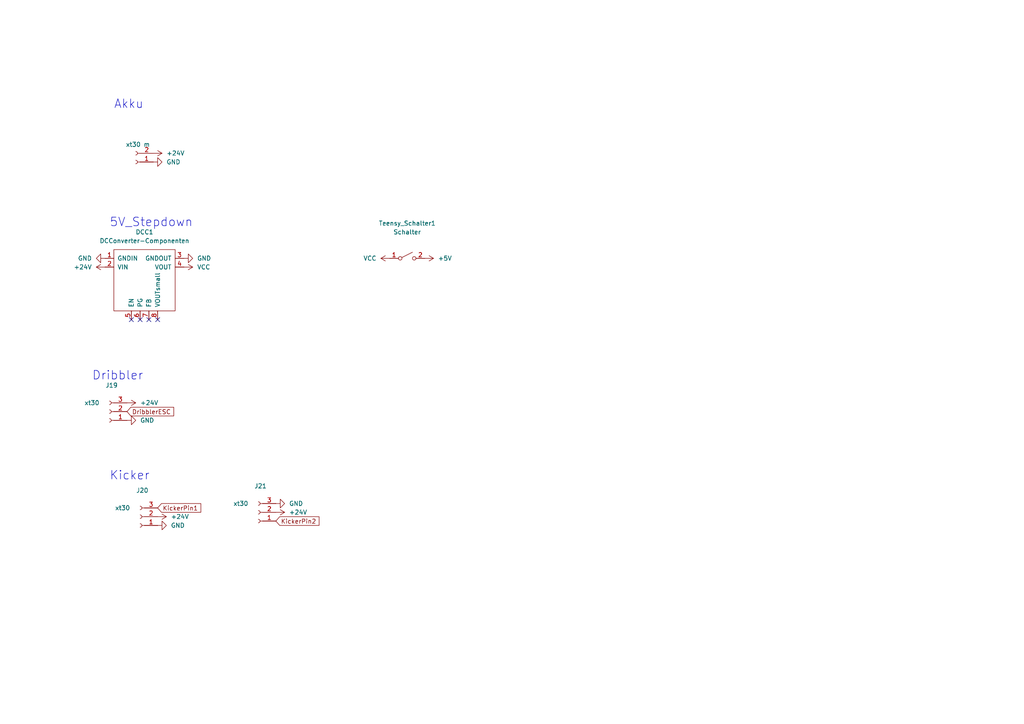
<source format=kicad_sch>
(kicad_sch
	(version 20231120)
	(generator "eeschema")
	(generator_version "8.0")
	(uuid "eb31c538-a6dc-42d0-984c-ffad64aa4d69")
	(paper "A4")
	(lib_symbols
		(symbol "Connector:Conn_01x02_Socket"
			(pin_names
				(offset 1.016) hide)
			(exclude_from_sim no)
			(in_bom yes)
			(on_board yes)
			(property "Reference" "J"
				(at 0 2.54 0)
				(effects
					(font
						(size 1.27 1.27)
					)
				)
			)
			(property "Value" "Conn_01x02_Socket"
				(at 0 -5.08 0)
				(effects
					(font
						(size 1.27 1.27)
					)
				)
			)
			(property "Footprint" ""
				(at 0 0 0)
				(effects
					(font
						(size 1.27 1.27)
					)
					(hide yes)
				)
			)
			(property "Datasheet" "~"
				(at 0 0 0)
				(effects
					(font
						(size 1.27 1.27)
					)
					(hide yes)
				)
			)
			(property "Description" "Generic connector, single row, 01x02, script generated"
				(at 0 0 0)
				(effects
					(font
						(size 1.27 1.27)
					)
					(hide yes)
				)
			)
			(property "ki_locked" ""
				(at 0 0 0)
				(effects
					(font
						(size 1.27 1.27)
					)
				)
			)
			(property "ki_keywords" "connector"
				(at 0 0 0)
				(effects
					(font
						(size 1.27 1.27)
					)
					(hide yes)
				)
			)
			(property "ki_fp_filters" "Connector*:*_1x??_*"
				(at 0 0 0)
				(effects
					(font
						(size 1.27 1.27)
					)
					(hide yes)
				)
			)
			(symbol "Conn_01x02_Socket_1_1"
				(arc
					(start 0 -2.032)
					(mid -0.5058 -2.54)
					(end 0 -3.048)
					(stroke
						(width 0.1524)
						(type default)
					)
					(fill
						(type none)
					)
				)
				(polyline
					(pts
						(xy -1.27 -2.54) (xy -0.508 -2.54)
					)
					(stroke
						(width 0.1524)
						(type default)
					)
					(fill
						(type none)
					)
				)
				(polyline
					(pts
						(xy -1.27 0) (xy -0.508 0)
					)
					(stroke
						(width 0.1524)
						(type default)
					)
					(fill
						(type none)
					)
				)
				(arc
					(start 0 0.508)
					(mid -0.5058 0)
					(end 0 -0.508)
					(stroke
						(width 0.1524)
						(type default)
					)
					(fill
						(type none)
					)
				)
				(pin passive line
					(at -5.08 0 0)
					(length 3.81)
					(name "Pin_1"
						(effects
							(font
								(size 1.27 1.27)
							)
						)
					)
					(number "1"
						(effects
							(font
								(size 1.27 1.27)
							)
						)
					)
				)
				(pin passive line
					(at -5.08 -2.54 0)
					(length 3.81)
					(name "Pin_2"
						(effects
							(font
								(size 1.27 1.27)
							)
						)
					)
					(number "2"
						(effects
							(font
								(size 1.27 1.27)
							)
						)
					)
				)
			)
		)
		(symbol "Connector:Conn_01x03_Socket"
			(pin_names
				(offset 1.016) hide)
			(exclude_from_sim no)
			(in_bom yes)
			(on_board yes)
			(property "Reference" "J"
				(at 0 5.08 0)
				(effects
					(font
						(size 1.27 1.27)
					)
				)
			)
			(property "Value" "Conn_01x03_Socket"
				(at 0 -5.08 0)
				(effects
					(font
						(size 1.27 1.27)
					)
				)
			)
			(property "Footprint" ""
				(at 0 0 0)
				(effects
					(font
						(size 1.27 1.27)
					)
					(hide yes)
				)
			)
			(property "Datasheet" "~"
				(at 0 0 0)
				(effects
					(font
						(size 1.27 1.27)
					)
					(hide yes)
				)
			)
			(property "Description" "Generic connector, single row, 01x03, script generated"
				(at 0 0 0)
				(effects
					(font
						(size 1.27 1.27)
					)
					(hide yes)
				)
			)
			(property "ki_locked" ""
				(at 0 0 0)
				(effects
					(font
						(size 1.27 1.27)
					)
				)
			)
			(property "ki_keywords" "connector"
				(at 0 0 0)
				(effects
					(font
						(size 1.27 1.27)
					)
					(hide yes)
				)
			)
			(property "ki_fp_filters" "Connector*:*_1x??_*"
				(at 0 0 0)
				(effects
					(font
						(size 1.27 1.27)
					)
					(hide yes)
				)
			)
			(symbol "Conn_01x03_Socket_1_1"
				(arc
					(start 0 -2.032)
					(mid -0.5058 -2.54)
					(end 0 -3.048)
					(stroke
						(width 0.1524)
						(type default)
					)
					(fill
						(type none)
					)
				)
				(polyline
					(pts
						(xy -1.27 -2.54) (xy -0.508 -2.54)
					)
					(stroke
						(width 0.1524)
						(type default)
					)
					(fill
						(type none)
					)
				)
				(polyline
					(pts
						(xy -1.27 0) (xy -0.508 0)
					)
					(stroke
						(width 0.1524)
						(type default)
					)
					(fill
						(type none)
					)
				)
				(polyline
					(pts
						(xy -1.27 2.54) (xy -0.508 2.54)
					)
					(stroke
						(width 0.1524)
						(type default)
					)
					(fill
						(type none)
					)
				)
				(arc
					(start 0 0.508)
					(mid -0.5058 0)
					(end 0 -0.508)
					(stroke
						(width 0.1524)
						(type default)
					)
					(fill
						(type none)
					)
				)
				(arc
					(start 0 3.048)
					(mid -0.5058 2.54)
					(end 0 2.032)
					(stroke
						(width 0.1524)
						(type default)
					)
					(fill
						(type none)
					)
				)
				(pin passive line
					(at -5.08 2.54 0)
					(length 3.81)
					(name "Pin_1"
						(effects
							(font
								(size 1.27 1.27)
							)
						)
					)
					(number "1"
						(effects
							(font
								(size 1.27 1.27)
							)
						)
					)
				)
				(pin passive line
					(at -5.08 0 0)
					(length 3.81)
					(name "Pin_2"
						(effects
							(font
								(size 1.27 1.27)
							)
						)
					)
					(number "2"
						(effects
							(font
								(size 1.27 1.27)
							)
						)
					)
				)
				(pin passive line
					(at -5.08 -2.54 0)
					(length 3.81)
					(name "Pin_3"
						(effects
							(font
								(size 1.27 1.27)
							)
						)
					)
					(number "3"
						(effects
							(font
								(size 1.27 1.27)
							)
						)
					)
				)
			)
		)
		(symbol "RobocupJunior-PCBs-rescue:DCConverter-Componenten"
			(pin_names
				(offset 1.016)
			)
			(exclude_from_sim no)
			(in_bom yes)
			(on_board yes)
			(property "Reference" "DCC"
				(at 10.16 -7.62 0)
				(effects
					(font
						(size 1.27 1.27)
					)
				)
			)
			(property "Value" "DCConverter-Componenten"
				(at 11.43 2.54 0)
				(effects
					(font
						(size 1.27 1.27)
					)
				)
			)
			(property "Footprint" "pololu_self:D24V90F5"
				(at 0 2.54 0)
				(effects
					(font
						(size 1.27 1.27)
					)
					(hide yes)
				)
			)
			(property "Datasheet" ""
				(at 0 2.54 0)
				(effects
					(font
						(size 1.27 1.27)
					)
					(hide yes)
				)
			)
			(property "Description" ""
				(at 0 0 0)
				(effects
					(font
						(size 1.27 1.27)
					)
					(hide yes)
				)
			)
			(symbol "DCConverter-Componenten_0_1"
				(rectangle
					(start 2.54 1.27)
					(end 20.32 -16.51)
					(stroke
						(width 0)
						(type default)
					)
					(fill
						(type none)
					)
				)
			)
			(symbol "DCConverter-Componenten_1_1"
				(pin power_in line
					(at 0 -1.27 0)
					(length 2.54)
					(name "GNDIN"
						(effects
							(font
								(size 1.27 1.27)
							)
						)
					)
					(number "1"
						(effects
							(font
								(size 1.27 1.27)
							)
						)
					)
				)
				(pin power_in line
					(at 0 -3.81 0)
					(length 2.54)
					(name "VIN"
						(effects
							(font
								(size 1.27 1.27)
							)
						)
					)
					(number "2"
						(effects
							(font
								(size 1.27 1.27)
							)
						)
					)
				)
				(pin power_in line
					(at 22.86 -1.27 180)
					(length 2.54)
					(name "GNDOUT"
						(effects
							(font
								(size 1.27 1.27)
							)
						)
					)
					(number "3"
						(effects
							(font
								(size 1.27 1.27)
							)
						)
					)
				)
				(pin power_in line
					(at 22.86 -3.81 180)
					(length 2.54)
					(name "VOUT"
						(effects
							(font
								(size 1.27 1.27)
							)
						)
					)
					(number "4"
						(effects
							(font
								(size 1.27 1.27)
							)
						)
					)
				)
				(pin bidirectional line
					(at 7.62 -19.05 90)
					(length 2.54)
					(name "EN"
						(effects
							(font
								(size 1.27 1.27)
							)
						)
					)
					(number "5"
						(effects
							(font
								(size 1.27 1.27)
							)
						)
					)
				)
				(pin bidirectional line
					(at 10.16 -19.05 90)
					(length 2.54)
					(name "PG"
						(effects
							(font
								(size 1.27 1.27)
							)
						)
					)
					(number "6"
						(effects
							(font
								(size 1.27 1.27)
							)
						)
					)
				)
				(pin bidirectional line
					(at 12.7 -19.05 90)
					(length 2.54)
					(name "FB"
						(effects
							(font
								(size 1.27 1.27)
							)
						)
					)
					(number "7"
						(effects
							(font
								(size 1.27 1.27)
							)
						)
					)
				)
				(pin bidirectional line
					(at 15.24 -19.05 90)
					(length 2.54)
					(name "VOUTsmall"
						(effects
							(font
								(size 1.27 1.27)
							)
						)
					)
					(number "8"
						(effects
							(font
								(size 1.27 1.27)
							)
						)
					)
				)
			)
		)
		(symbol "Switch:SW_SPST"
			(pin_names
				(offset 0) hide)
			(exclude_from_sim no)
			(in_bom yes)
			(on_board yes)
			(property "Reference" "SW"
				(at 0 3.175 0)
				(effects
					(font
						(size 1.27 1.27)
					)
				)
			)
			(property "Value" "SW_SPST"
				(at 0 -2.54 0)
				(effects
					(font
						(size 1.27 1.27)
					)
				)
			)
			(property "Footprint" ""
				(at 0 0 0)
				(effects
					(font
						(size 1.27 1.27)
					)
					(hide yes)
				)
			)
			(property "Datasheet" "~"
				(at 0 0 0)
				(effects
					(font
						(size 1.27 1.27)
					)
					(hide yes)
				)
			)
			(property "Description" "Single Pole Single Throw (SPST) switch"
				(at 0 0 0)
				(effects
					(font
						(size 1.27 1.27)
					)
					(hide yes)
				)
			)
			(property "ki_keywords" "switch lever"
				(at 0 0 0)
				(effects
					(font
						(size 1.27 1.27)
					)
					(hide yes)
				)
			)
			(symbol "SW_SPST_0_0"
				(circle
					(center -2.032 0)
					(radius 0.508)
					(stroke
						(width 0)
						(type default)
					)
					(fill
						(type none)
					)
				)
				(polyline
					(pts
						(xy -1.524 0.254) (xy 1.524 1.778)
					)
					(stroke
						(width 0)
						(type default)
					)
					(fill
						(type none)
					)
				)
				(circle
					(center 2.032 0)
					(radius 0.508)
					(stroke
						(width 0)
						(type default)
					)
					(fill
						(type none)
					)
				)
			)
			(symbol "SW_SPST_1_1"
				(pin passive line
					(at -5.08 0 0)
					(length 2.54)
					(name "A"
						(effects
							(font
								(size 1.27 1.27)
							)
						)
					)
					(number "1"
						(effects
							(font
								(size 1.27 1.27)
							)
						)
					)
				)
				(pin passive line
					(at 5.08 0 180)
					(length 2.54)
					(name "B"
						(effects
							(font
								(size 1.27 1.27)
							)
						)
					)
					(number "2"
						(effects
							(font
								(size 1.27 1.27)
							)
						)
					)
				)
			)
		)
		(symbol "power:+24V"
			(power)
			(pin_names
				(offset 0)
			)
			(exclude_from_sim no)
			(in_bom yes)
			(on_board yes)
			(property "Reference" "#PWR"
				(at 0 -3.81 0)
				(effects
					(font
						(size 1.27 1.27)
					)
					(hide yes)
				)
			)
			(property "Value" "+24V"
				(at 0 3.556 0)
				(effects
					(font
						(size 1.27 1.27)
					)
				)
			)
			(property "Footprint" ""
				(at 0 0 0)
				(effects
					(font
						(size 1.27 1.27)
					)
					(hide yes)
				)
			)
			(property "Datasheet" ""
				(at 0 0 0)
				(effects
					(font
						(size 1.27 1.27)
					)
					(hide yes)
				)
			)
			(property "Description" "Power symbol creates a global label with name \"+24V\""
				(at 0 0 0)
				(effects
					(font
						(size 1.27 1.27)
					)
					(hide yes)
				)
			)
			(property "ki_keywords" "global power"
				(at 0 0 0)
				(effects
					(font
						(size 1.27 1.27)
					)
					(hide yes)
				)
			)
			(symbol "+24V_0_1"
				(polyline
					(pts
						(xy -0.762 1.27) (xy 0 2.54)
					)
					(stroke
						(width 0)
						(type default)
					)
					(fill
						(type none)
					)
				)
				(polyline
					(pts
						(xy 0 0) (xy 0 2.54)
					)
					(stroke
						(width 0)
						(type default)
					)
					(fill
						(type none)
					)
				)
				(polyline
					(pts
						(xy 0 2.54) (xy 0.762 1.27)
					)
					(stroke
						(width 0)
						(type default)
					)
					(fill
						(type none)
					)
				)
			)
			(symbol "+24V_1_1"
				(pin power_in line
					(at 0 0 90)
					(length 0) hide
					(name "+24V"
						(effects
							(font
								(size 1.27 1.27)
							)
						)
					)
					(number "1"
						(effects
							(font
								(size 1.27 1.27)
							)
						)
					)
				)
			)
		)
		(symbol "power:+5V"
			(power)
			(pin_names
				(offset 0)
			)
			(exclude_from_sim no)
			(in_bom yes)
			(on_board yes)
			(property "Reference" "#PWR"
				(at 0 -3.81 0)
				(effects
					(font
						(size 1.27 1.27)
					)
					(hide yes)
				)
			)
			(property "Value" "+5V"
				(at 0 3.556 0)
				(effects
					(font
						(size 1.27 1.27)
					)
				)
			)
			(property "Footprint" ""
				(at 0 0 0)
				(effects
					(font
						(size 1.27 1.27)
					)
					(hide yes)
				)
			)
			(property "Datasheet" ""
				(at 0 0 0)
				(effects
					(font
						(size 1.27 1.27)
					)
					(hide yes)
				)
			)
			(property "Description" "Power symbol creates a global label with name \"+5V\""
				(at 0 0 0)
				(effects
					(font
						(size 1.27 1.27)
					)
					(hide yes)
				)
			)
			(property "ki_keywords" "global power"
				(at 0 0 0)
				(effects
					(font
						(size 1.27 1.27)
					)
					(hide yes)
				)
			)
			(symbol "+5V_0_1"
				(polyline
					(pts
						(xy -0.762 1.27) (xy 0 2.54)
					)
					(stroke
						(width 0)
						(type default)
					)
					(fill
						(type none)
					)
				)
				(polyline
					(pts
						(xy 0 0) (xy 0 2.54)
					)
					(stroke
						(width 0)
						(type default)
					)
					(fill
						(type none)
					)
				)
				(polyline
					(pts
						(xy 0 2.54) (xy 0.762 1.27)
					)
					(stroke
						(width 0)
						(type default)
					)
					(fill
						(type none)
					)
				)
			)
			(symbol "+5V_1_1"
				(pin power_in line
					(at 0 0 90)
					(length 0) hide
					(name "+5V"
						(effects
							(font
								(size 1.27 1.27)
							)
						)
					)
					(number "1"
						(effects
							(font
								(size 1.27 1.27)
							)
						)
					)
				)
			)
		)
		(symbol "power:GND"
			(power)
			(pin_names
				(offset 0)
			)
			(exclude_from_sim no)
			(in_bom yes)
			(on_board yes)
			(property "Reference" "#PWR"
				(at 0 -6.35 0)
				(effects
					(font
						(size 1.27 1.27)
					)
					(hide yes)
				)
			)
			(property "Value" "GND"
				(at 0 -3.81 0)
				(effects
					(font
						(size 1.27 1.27)
					)
				)
			)
			(property "Footprint" ""
				(at 0 0 0)
				(effects
					(font
						(size 1.27 1.27)
					)
					(hide yes)
				)
			)
			(property "Datasheet" ""
				(at 0 0 0)
				(effects
					(font
						(size 1.27 1.27)
					)
					(hide yes)
				)
			)
			(property "Description" "Power symbol creates a global label with name \"GND\" , ground"
				(at 0 0 0)
				(effects
					(font
						(size 1.27 1.27)
					)
					(hide yes)
				)
			)
			(property "ki_keywords" "global power"
				(at 0 0 0)
				(effects
					(font
						(size 1.27 1.27)
					)
					(hide yes)
				)
			)
			(symbol "GND_0_1"
				(polyline
					(pts
						(xy 0 0) (xy 0 -1.27) (xy 1.27 -1.27) (xy 0 -2.54) (xy -1.27 -1.27) (xy 0 -1.27)
					)
					(stroke
						(width 0)
						(type default)
					)
					(fill
						(type none)
					)
				)
			)
			(symbol "GND_1_1"
				(pin power_in line
					(at 0 0 270)
					(length 0) hide
					(name "GND"
						(effects
							(font
								(size 1.27 1.27)
							)
						)
					)
					(number "1"
						(effects
							(font
								(size 1.27 1.27)
							)
						)
					)
				)
			)
		)
		(symbol "power:VCC"
			(power)
			(pin_names
				(offset 0)
			)
			(exclude_from_sim no)
			(in_bom yes)
			(on_board yes)
			(property "Reference" "#PWR"
				(at 0 -3.81 0)
				(effects
					(font
						(size 1.27 1.27)
					)
					(hide yes)
				)
			)
			(property "Value" "VCC"
				(at 0 3.81 0)
				(effects
					(font
						(size 1.27 1.27)
					)
				)
			)
			(property "Footprint" ""
				(at 0 0 0)
				(effects
					(font
						(size 1.27 1.27)
					)
					(hide yes)
				)
			)
			(property "Datasheet" ""
				(at 0 0 0)
				(effects
					(font
						(size 1.27 1.27)
					)
					(hide yes)
				)
			)
			(property "Description" "Power symbol creates a global label with name \"VCC\""
				(at 0 0 0)
				(effects
					(font
						(size 1.27 1.27)
					)
					(hide yes)
				)
			)
			(property "ki_keywords" "global power"
				(at 0 0 0)
				(effects
					(font
						(size 1.27 1.27)
					)
					(hide yes)
				)
			)
			(symbol "VCC_0_1"
				(polyline
					(pts
						(xy -0.762 1.27) (xy 0 2.54)
					)
					(stroke
						(width 0)
						(type default)
					)
					(fill
						(type none)
					)
				)
				(polyline
					(pts
						(xy 0 0) (xy 0 2.54)
					)
					(stroke
						(width 0)
						(type default)
					)
					(fill
						(type none)
					)
				)
				(polyline
					(pts
						(xy 0 2.54) (xy 0.762 1.27)
					)
					(stroke
						(width 0)
						(type default)
					)
					(fill
						(type none)
					)
				)
			)
			(symbol "VCC_1_1"
				(pin power_in line
					(at 0 0 90)
					(length 0) hide
					(name "VCC"
						(effects
							(font
								(size 1.27 1.27)
							)
						)
					)
					(number "1"
						(effects
							(font
								(size 1.27 1.27)
							)
						)
					)
				)
			)
		)
	)
	(no_connect
		(at 38.1 92.71)
		(uuid "5acc894a-fd29-4616-b633-1bbca4b6e274")
	)
	(no_connect
		(at 43.18 92.71)
		(uuid "7d818718-56e5-462e-8df4-ef51e3698c83")
	)
	(no_connect
		(at 45.72 92.71)
		(uuid "cd55231b-1189-4488-9e74-d9ace85822c5")
	)
	(no_connect
		(at 40.64 92.71)
		(uuid "f78009db-488a-4fad-bf6e-901d2022e9dd")
	)
	(text "Dribbler\n"
		(exclude_from_sim no)
		(at 26.67 110.49 0)
		(effects
			(font
				(size 2.5 2.5)
			)
			(justify left bottom)
		)
		(uuid "2a1b6d35-1495-4d3c-bafd-da7e38ec3cbf")
	)
	(text "Akku\n"
		(exclude_from_sim no)
		(at 33.02 31.75 0)
		(effects
			(font
				(size 2.5 2.5)
			)
			(justify left bottom)
		)
		(uuid "30a0f326-33f0-46a9-a7cb-77083f8daaa0")
	)
	(text "Kicker\n\n"
		(exclude_from_sim no)
		(at 31.75 143.51 0)
		(effects
			(font
				(size 2.5 2.5)
			)
			(justify left bottom)
		)
		(uuid "34cd6bc9-84b0-40fd-ade0-960b5c4d3a71")
	)
	(text "5V_Stepdown"
		(exclude_from_sim no)
		(at 31.75 66.04 0)
		(effects
			(font
				(size 2.5 2.5)
			)
			(justify left bottom)
		)
		(uuid "d157f7c2-aa5e-4c13-a532-3e236fca6522")
	)
	(global_label "KickerPin1"
		(shape input)
		(at 45.72 147.32 0)
		(fields_autoplaced yes)
		(effects
			(font
				(size 1.27 1.27)
			)
			(justify left)
		)
		(uuid "0dd35488-09fe-4d7a-9ae5-ae04358e25d3")
		(property "Intersheetrefs" "${INTERSHEET_REFS}"
			(at 58.8048 147.32 0)
			(effects
				(font
					(size 1.27 1.27)
				)
				(justify left)
				(hide yes)
			)
		)
	)
	(global_label "DribblerESC"
		(shape input)
		(at 36.83 119.38 0)
		(fields_autoplaced yes)
		(effects
			(font
				(size 1.27 1.27)
			)
			(justify left)
		)
		(uuid "434ba07f-f9b5-492f-92f3-7cfabfd5680d")
		(property "Intersheetrefs" "${INTERSHEET_REFS}"
			(at 50.9427 119.38 0)
			(effects
				(font
					(size 1.27 1.27)
				)
				(justify left)
				(hide yes)
			)
		)
	)
	(global_label "KickerPin2"
		(shape input)
		(at 80.01 151.13 0)
		(fields_autoplaced yes)
		(effects
			(font
				(size 1.27 1.27)
			)
			(justify left)
		)
		(uuid "98ab8b2f-c120-47a8-8d85-7eda19ebdaf9")
		(property "Intersheetrefs" "${INTERSHEET_REFS}"
			(at 93.0948 151.13 0)
			(effects
				(font
					(size 1.27 1.27)
				)
				(justify left)
				(hide yes)
			)
		)
	)
	(symbol
		(lib_id "power:+24V")
		(at 36.83 116.84 270)
		(unit 1)
		(exclude_from_sim no)
		(in_bom yes)
		(on_board yes)
		(dnp no)
		(fields_autoplaced yes)
		(uuid "1dc42aa5-8af4-4ea3-9148-a2570da7cc0f")
		(property "Reference" "#PWR016"
			(at 33.02 116.84 0)
			(effects
				(font
					(size 1.27 1.27)
				)
				(hide yes)
			)
		)
		(property "Value" "+24V"
			(at 40.64 116.84 90)
			(effects
				(font
					(size 1.27 1.27)
				)
				(justify left)
			)
		)
		(property "Footprint" ""
			(at 36.83 116.84 0)
			(effects
				(font
					(size 1.27 1.27)
				)
				(hide yes)
			)
		)
		(property "Datasheet" ""
			(at 36.83 116.84 0)
			(effects
				(font
					(size 1.27 1.27)
				)
				(hide yes)
			)
		)
		(property "Description" ""
			(at 36.83 116.84 0)
			(effects
				(font
					(size 1.27 1.27)
				)
				(hide yes)
			)
		)
		(pin "1"
			(uuid "a50db186-c891-47bf-9b2a-6d7452154a0a")
		)
		(instances
			(project "2vs2_24-25"
				(path "/7a0f76a1-13d4-4686-9d7e-a73f37674f36/6763a444-08f8-4b93-abc3-8262c68c8d07"
					(reference "#PWR016")
					(unit 1)
				)
			)
		)
	)
	(symbol
		(lib_id "power:GND")
		(at 30.48 74.93 270)
		(unit 1)
		(exclude_from_sim no)
		(in_bom yes)
		(on_board yes)
		(dnp no)
		(fields_autoplaced yes)
		(uuid "39fb5d05-9000-448a-a9c7-d808f674f87e")
		(property "Reference" "#PWR027"
			(at 24.13 74.93 0)
			(effects
				(font
					(size 1.27 1.27)
				)
				(hide yes)
			)
		)
		(property "Value" "GND"
			(at 26.67 74.93 90)
			(effects
				(font
					(size 1.27 1.27)
				)
				(justify right)
			)
		)
		(property "Footprint" ""
			(at 30.48 74.93 0)
			(effects
				(font
					(size 1.27 1.27)
				)
				(hide yes)
			)
		)
		(property "Datasheet" ""
			(at 30.48 74.93 0)
			(effects
				(font
					(size 1.27 1.27)
				)
				(hide yes)
			)
		)
		(property "Description" ""
			(at 30.48 74.93 0)
			(effects
				(font
					(size 1.27 1.27)
				)
				(hide yes)
			)
		)
		(pin "1"
			(uuid "c14b01f8-3758-4e9a-a74b-7a505e0c59b2")
		)
		(instances
			(project "2vs2_24-25"
				(path "/7a0f76a1-13d4-4686-9d7e-a73f37674f36/6763a444-08f8-4b93-abc3-8262c68c8d07"
					(reference "#PWR027")
					(unit 1)
				)
			)
		)
	)
	(symbol
		(lib_id "Switch:SW_SPST")
		(at 118.11 74.93 0)
		(unit 1)
		(exclude_from_sim no)
		(in_bom yes)
		(on_board yes)
		(dnp no)
		(uuid "41ca42d6-5bb9-40a5-94d1-ea34c9643ab3")
		(property "Reference" "Teensy_Schalter1"
			(at 118.11 64.77 0)
			(effects
				(font
					(size 1.27 1.27)
				)
			)
		)
		(property "Value" "Schalter"
			(at 118.11 67.31 0)
			(effects
				(font
					(size 1.27 1.27)
				)
			)
		)
		(property "Footprint" "schalter:RND 210-00545 Schalter 3A"
			(at 118.11 74.93 0)
			(effects
				(font
					(size 1.27 1.27)
				)
				(hide yes)
			)
		)
		(property "Datasheet" "~"
			(at 118.11 74.93 0)
			(effects
				(font
					(size 1.27 1.27)
				)
				(hide yes)
			)
		)
		(property "Description" ""
			(at 118.11 74.93 0)
			(effects
				(font
					(size 1.27 1.27)
				)
				(hide yes)
			)
		)
		(pin "1"
			(uuid "6d1dd334-8a62-4d84-9eda-97b11bbd31ba")
		)
		(pin "2"
			(uuid "3a00e79c-98aa-4e85-bae7-a43a32260d39")
		)
		(instances
			(project "2vs2_24-25"
				(path "/7a0f76a1-13d4-4686-9d7e-a73f37674f36/6763a444-08f8-4b93-abc3-8262c68c8d07"
					(reference "Teensy_Schalter1")
					(unit 1)
				)
			)
		)
	)
	(symbol
		(lib_id "power:GND")
		(at 80.01 146.05 90)
		(unit 1)
		(exclude_from_sim no)
		(in_bom yes)
		(on_board yes)
		(dnp no)
		(fields_autoplaced yes)
		(uuid "54de8f50-1d59-4b11-93d3-e732d7483875")
		(property "Reference" "#PWR055"
			(at 86.36 146.05 0)
			(effects
				(font
					(size 1.27 1.27)
				)
				(hide yes)
			)
		)
		(property "Value" "GND"
			(at 83.82 146.05 90)
			(effects
				(font
					(size 1.27 1.27)
				)
				(justify right)
			)
		)
		(property "Footprint" ""
			(at 80.01 146.05 0)
			(effects
				(font
					(size 1.27 1.27)
				)
				(hide yes)
			)
		)
		(property "Datasheet" ""
			(at 80.01 146.05 0)
			(effects
				(font
					(size 1.27 1.27)
				)
				(hide yes)
			)
		)
		(property "Description" ""
			(at 80.01 146.05 0)
			(effects
				(font
					(size 1.27 1.27)
				)
				(hide yes)
			)
		)
		(pin "1"
			(uuid "3c4b6b86-f98f-4765-b15c-90a902f9069d")
		)
		(instances
			(project "2vs2_24-25"
				(path "/7a0f76a1-13d4-4686-9d7e-a73f37674f36/6763a444-08f8-4b93-abc3-8262c68c8d07"
					(reference "#PWR055")
					(unit 1)
				)
			)
		)
	)
	(symbol
		(lib_id "Connector:Conn_01x03_Socket")
		(at 40.64 149.86 180)
		(unit 1)
		(exclude_from_sim no)
		(in_bom yes)
		(on_board yes)
		(dnp no)
		(uuid "5946ba37-07e8-4b81-88b4-3e7163280969")
		(property "Reference" "J20"
			(at 41.275 142.24 0)
			(effects
				(font
					(size 1.27 1.27)
				)
			)
		)
		(property "Value" "xt30"
			(at 35.56 147.32 0)
			(effects
				(font
					(size 1.27 1.27)
				)
			)
		)
		(property "Footprint" ""
			(at 40.64 149.86 0)
			(effects
				(font
					(size 1.27 1.27)
				)
				(hide yes)
			)
		)
		(property "Datasheet" "~"
			(at 40.64 149.86 0)
			(effects
				(font
					(size 1.27 1.27)
				)
				(hide yes)
			)
		)
		(property "Description" ""
			(at 40.64 149.86 0)
			(effects
				(font
					(size 1.27 1.27)
				)
				(hide yes)
			)
		)
		(pin "1"
			(uuid "b41e4796-3357-4f0a-a01b-e4650bb89bb1")
		)
		(pin "2"
			(uuid "c3f4eba6-bdad-44b3-8e16-a31d1e66c6cf")
		)
		(pin "3"
			(uuid "6c601b6f-0fc4-4d3a-a502-8c8ccc79dfc6")
		)
		(instances
			(project "2vs2_24-25"
				(path "/7a0f76a1-13d4-4686-9d7e-a73f37674f36/6763a444-08f8-4b93-abc3-8262c68c8d07"
					(reference "J20")
					(unit 1)
				)
			)
		)
	)
	(symbol
		(lib_id "power:VCC")
		(at 53.34 77.47 270)
		(unit 1)
		(exclude_from_sim no)
		(in_bom yes)
		(on_board yes)
		(dnp no)
		(fields_autoplaced yes)
		(uuid "60a96d10-a973-4f43-9ae7-c0c0662ffd1f")
		(property "Reference" "#PWR06"
			(at 49.53 77.47 0)
			(effects
				(font
					(size 1.27 1.27)
				)
				(hide yes)
			)
		)
		(property "Value" "VCC"
			(at 57.15 77.47 90)
			(effects
				(font
					(size 1.27 1.27)
				)
				(justify left)
			)
		)
		(property "Footprint" ""
			(at 53.34 77.47 0)
			(effects
				(font
					(size 1.27 1.27)
				)
				(hide yes)
			)
		)
		(property "Datasheet" ""
			(at 53.34 77.47 0)
			(effects
				(font
					(size 1.27 1.27)
				)
				(hide yes)
			)
		)
		(property "Description" ""
			(at 53.34 77.47 0)
			(effects
				(font
					(size 1.27 1.27)
				)
				(hide yes)
			)
		)
		(pin "1"
			(uuid "f49be0f0-cf27-477d-8c83-87a3a6a893f3")
		)
		(instances
			(project "2vs2_24-25"
				(path "/7a0f76a1-13d4-4686-9d7e-a73f37674f36/6763a444-08f8-4b93-abc3-8262c68c8d07"
					(reference "#PWR06")
					(unit 1)
				)
			)
		)
	)
	(symbol
		(lib_id "RobocupJunior-PCBs-rescue:DCConverter-Componenten")
		(at 30.48 73.66 0)
		(unit 1)
		(exclude_from_sim no)
		(in_bom yes)
		(on_board yes)
		(dnp no)
		(fields_autoplaced yes)
		(uuid "6a58eaff-22a5-4ea0-8887-a8c5187a8b8d")
		(property "Reference" "DCC1"
			(at 41.91 67.31 0)
			(effects
				(font
					(size 1.27 1.27)
				)
			)
		)
		(property "Value" "DCConverter-Componenten"
			(at 41.91 69.85 0)
			(effects
				(font
					(size 1.27 1.27)
				)
			)
		)
		(property "Footprint" "Stepdown:Stepdown 5v"
			(at 30.48 71.12 0)
			(effects
				(font
					(size 1.27 1.27)
				)
				(hide yes)
			)
		)
		(property "Datasheet" ""
			(at 30.48 71.12 0)
			(effects
				(font
					(size 1.27 1.27)
				)
				(hide yes)
			)
		)
		(property "Description" ""
			(at 30.48 73.66 0)
			(effects
				(font
					(size 1.27 1.27)
				)
				(hide yes)
			)
		)
		(pin "1"
			(uuid "fc0051e3-3624-4158-acf1-ed0145143119")
		)
		(pin "2"
			(uuid "57688da2-386e-46ed-8dc9-5a004a97f315")
		)
		(pin "3"
			(uuid "bf5a2e26-176e-43ae-a120-e2ee50a8ebf5")
		)
		(pin "4"
			(uuid "ba351c2b-4651-44e1-901e-d28d57d82742")
		)
		(pin "5"
			(uuid "c5ec5e88-3937-4c93-aa64-1bf7938333f4")
		)
		(pin "6"
			(uuid "803a46c0-1742-4bf0-8c7f-01b5a1d82205")
		)
		(pin "7"
			(uuid "294b5307-77cc-49e1-a912-aaefb1d61962")
		)
		(pin "8"
			(uuid "f8574e7d-eab0-4b1d-9ab9-a63ff2c15d69")
		)
		(instances
			(project "2023"
				(path "/76fb0885-ad17-4f21-a9c7-efba38a9e645/c150fff4-328e-427e-b45e-7e0e6b5e43d5"
					(reference "DCC1")
					(unit 1)
				)
			)
			(project "2vs2_24-25"
				(path "/7a0f76a1-13d4-4686-9d7e-a73f37674f36/6763a444-08f8-4b93-abc3-8262c68c8d07"
					(reference "DCC1")
					(unit 1)
				)
			)
		)
	)
	(symbol
		(lib_id "Connector:Conn_01x03_Socket")
		(at 74.93 148.59 180)
		(unit 1)
		(exclude_from_sim no)
		(in_bom yes)
		(on_board yes)
		(dnp no)
		(uuid "b0ae3518-2484-4d1c-9f17-381e357f4a15")
		(property "Reference" "J21"
			(at 75.565 140.97 0)
			(effects
				(font
					(size 1.27 1.27)
				)
			)
		)
		(property "Value" "xt30"
			(at 69.85 146.05 0)
			(effects
				(font
					(size 1.27 1.27)
				)
			)
		)
		(property "Footprint" ""
			(at 74.93 148.59 0)
			(effects
				(font
					(size 1.27 1.27)
				)
				(hide yes)
			)
		)
		(property "Datasheet" "~"
			(at 74.93 148.59 0)
			(effects
				(font
					(size 1.27 1.27)
				)
				(hide yes)
			)
		)
		(property "Description" ""
			(at 74.93 148.59 0)
			(effects
				(font
					(size 1.27 1.27)
				)
				(hide yes)
			)
		)
		(pin "1"
			(uuid "a6a3e31b-5678-403a-93ea-16077a00ec86")
		)
		(pin "2"
			(uuid "532a02fa-e3d1-40c0-b26b-3d9e64274a07")
		)
		(pin "3"
			(uuid "6989287f-ab16-4dfa-9af0-ba5fa9fcccf2")
		)
		(instances
			(project "2vs2_24-25"
				(path "/7a0f76a1-13d4-4686-9d7e-a73f37674f36/6763a444-08f8-4b93-abc3-8262c68c8d07"
					(reference "J21")
					(unit 1)
				)
			)
		)
	)
	(symbol
		(lib_id "power:+5V")
		(at 123.19 74.93 270)
		(unit 1)
		(exclude_from_sim no)
		(in_bom yes)
		(on_board yes)
		(dnp no)
		(fields_autoplaced yes)
		(uuid "ba835585-a5e4-4c5c-975b-1be274c640d5")
		(property "Reference" "#PWR010"
			(at 119.38 74.93 0)
			(effects
				(font
					(size 1.27 1.27)
				)
				(hide yes)
			)
		)
		(property "Value" "+5V"
			(at 127 74.93 90)
			(effects
				(font
					(size 1.27 1.27)
				)
				(justify left)
			)
		)
		(property "Footprint" ""
			(at 123.19 74.93 0)
			(effects
				(font
					(size 1.27 1.27)
				)
				(hide yes)
			)
		)
		(property "Datasheet" ""
			(at 123.19 74.93 0)
			(effects
				(font
					(size 1.27 1.27)
				)
				(hide yes)
			)
		)
		(property "Description" ""
			(at 123.19 74.93 0)
			(effects
				(font
					(size 1.27 1.27)
				)
				(hide yes)
			)
		)
		(pin "1"
			(uuid "55d8a097-bdaf-4354-81df-c5ef3079c613")
		)
		(instances
			(project "2vs2_24-25"
				(path "/7a0f76a1-13d4-4686-9d7e-a73f37674f36/6763a444-08f8-4b93-abc3-8262c68c8d07"
					(reference "#PWR010")
					(unit 1)
				)
			)
		)
	)
	(symbol
		(lib_id "power:+24V")
		(at 80.01 148.59 270)
		(unit 1)
		(exclude_from_sim no)
		(in_bom yes)
		(on_board yes)
		(dnp no)
		(fields_autoplaced yes)
		(uuid "ba99dfe2-b650-4d86-b11c-b439be0739b0")
		(property "Reference" "#PWR036"
			(at 76.2 148.59 0)
			(effects
				(font
					(size 1.27 1.27)
				)
				(hide yes)
			)
		)
		(property "Value" "+24V"
			(at 83.82 148.59 90)
			(effects
				(font
					(size 1.27 1.27)
				)
				(justify left)
			)
		)
		(property "Footprint" ""
			(at 80.01 148.59 0)
			(effects
				(font
					(size 1.27 1.27)
				)
				(hide yes)
			)
		)
		(property "Datasheet" ""
			(at 80.01 148.59 0)
			(effects
				(font
					(size 1.27 1.27)
				)
				(hide yes)
			)
		)
		(property "Description" ""
			(at 80.01 148.59 0)
			(effects
				(font
					(size 1.27 1.27)
				)
				(hide yes)
			)
		)
		(pin "1"
			(uuid "96bfc5d1-9c06-4f8f-9478-800dd04afb05")
		)
		(instances
			(project "2vs2_24-25"
				(path "/7a0f76a1-13d4-4686-9d7e-a73f37674f36/6763a444-08f8-4b93-abc3-8262c68c8d07"
					(reference "#PWR036")
					(unit 1)
				)
			)
		)
	)
	(symbol
		(lib_id "power:+24V")
		(at 44.45 44.45 270)
		(unit 1)
		(exclude_from_sim no)
		(in_bom yes)
		(on_board yes)
		(dnp no)
		(fields_autoplaced yes)
		(uuid "be22d291-f4b0-4d5a-9771-7f72b0324840")
		(property "Reference" "#PWR060"
			(at 40.64 44.45 0)
			(effects
				(font
					(size 1.27 1.27)
				)
				(hide yes)
			)
		)
		(property "Value" "+24V"
			(at 48.26 44.45 90)
			(effects
				(font
					(size 1.27 1.27)
				)
				(justify left)
			)
		)
		(property "Footprint" ""
			(at 44.45 44.45 0)
			(effects
				(font
					(size 1.27 1.27)
				)
				(hide yes)
			)
		)
		(property "Datasheet" ""
			(at 44.45 44.45 0)
			(effects
				(font
					(size 1.27 1.27)
				)
				(hide yes)
			)
		)
		(property "Description" ""
			(at 44.45 44.45 0)
			(effects
				(font
					(size 1.27 1.27)
				)
				(hide yes)
			)
		)
		(pin "1"
			(uuid "117b401a-191b-4673-8eb1-45ef4c94a175")
		)
		(instances
			(project "2vs2_24-25"
				(path "/7a0f76a1-13d4-4686-9d7e-a73f37674f36/6763a444-08f8-4b93-abc3-8262c68c8d07"
					(reference "#PWR060")
					(unit 1)
				)
			)
		)
	)
	(symbol
		(lib_id "power:+24V")
		(at 30.48 77.47 90)
		(unit 1)
		(exclude_from_sim no)
		(in_bom yes)
		(on_board yes)
		(dnp no)
		(fields_autoplaced yes)
		(uuid "bf48a2d8-493a-4db1-8591-24be8e102fdf")
		(property "Reference" "#PWR08"
			(at 34.29 77.47 0)
			(effects
				(font
					(size 1.27 1.27)
				)
				(hide yes)
			)
		)
		(property "Value" "+24V"
			(at 26.67 77.47 90)
			(effects
				(font
					(size 1.27 1.27)
				)
				(justify left)
			)
		)
		(property "Footprint" ""
			(at 30.48 77.47 0)
			(effects
				(font
					(size 1.27 1.27)
				)
				(hide yes)
			)
		)
		(property "Datasheet" ""
			(at 30.48 77.47 0)
			(effects
				(font
					(size 1.27 1.27)
				)
				(hide yes)
			)
		)
		(property "Description" ""
			(at 30.48 77.47 0)
			(effects
				(font
					(size 1.27 1.27)
				)
				(hide yes)
			)
		)
		(pin "1"
			(uuid "645793a2-bec5-4e9f-89c7-dee5820665f5")
		)
		(instances
			(project "2vs2_24-25"
				(path "/7a0f76a1-13d4-4686-9d7e-a73f37674f36/6763a444-08f8-4b93-abc3-8262c68c8d07"
					(reference "#PWR08")
					(unit 1)
				)
			)
		)
	)
	(symbol
		(lib_id "power:+24V")
		(at 45.72 149.86 270)
		(unit 1)
		(exclude_from_sim no)
		(in_bom yes)
		(on_board yes)
		(dnp no)
		(fields_autoplaced yes)
		(uuid "c46e144d-0fd7-4da2-bbe6-aa0f56aceb74")
		(property "Reference" "#PWR019"
			(at 41.91 149.86 0)
			(effects
				(font
					(size 1.27 1.27)
				)
				(hide yes)
			)
		)
		(property "Value" "+24V"
			(at 49.53 149.86 90)
			(effects
				(font
					(size 1.27 1.27)
				)
				(justify left)
			)
		)
		(property "Footprint" ""
			(at 45.72 149.86 0)
			(effects
				(font
					(size 1.27 1.27)
				)
				(hide yes)
			)
		)
		(property "Datasheet" ""
			(at 45.72 149.86 0)
			(effects
				(font
					(size 1.27 1.27)
				)
				(hide yes)
			)
		)
		(property "Description" ""
			(at 45.72 149.86 0)
			(effects
				(font
					(size 1.27 1.27)
				)
				(hide yes)
			)
		)
		(pin "1"
			(uuid "10e82379-8a78-47f9-b969-42ff7234ae5c")
		)
		(instances
			(project "2vs2_24-25"
				(path "/7a0f76a1-13d4-4686-9d7e-a73f37674f36/6763a444-08f8-4b93-abc3-8262c68c8d07"
					(reference "#PWR019")
					(unit 1)
				)
			)
		)
	)
	(symbol
		(lib_id "power:GND")
		(at 44.45 46.99 90)
		(unit 1)
		(exclude_from_sim no)
		(in_bom yes)
		(on_board yes)
		(dnp no)
		(fields_autoplaced yes)
		(uuid "c50b8792-d6a9-4a0b-8cde-3a1c693b1bdc")
		(property "Reference" "#PWR038"
			(at 50.8 46.99 0)
			(effects
				(font
					(size 1.27 1.27)
				)
				(hide yes)
			)
		)
		(property "Value" "GND"
			(at 48.26 46.99 90)
			(effects
				(font
					(size 1.27 1.27)
				)
				(justify right)
			)
		)
		(property "Footprint" ""
			(at 44.45 46.99 0)
			(effects
				(font
					(size 1.27 1.27)
				)
				(hide yes)
			)
		)
		(property "Datasheet" ""
			(at 44.45 46.99 0)
			(effects
				(font
					(size 1.27 1.27)
				)
				(hide yes)
			)
		)
		(property "Description" ""
			(at 44.45 46.99 0)
			(effects
				(font
					(size 1.27 1.27)
				)
				(hide yes)
			)
		)
		(pin "1"
			(uuid "b205b3ec-26d3-44ec-b346-a794f0a36e85")
		)
		(instances
			(project "2vs2_24-25"
				(path "/7a0f76a1-13d4-4686-9d7e-a73f37674f36/6763a444-08f8-4b93-abc3-8262c68c8d07"
					(reference "#PWR038")
					(unit 1)
				)
			)
		)
	)
	(symbol
		(lib_id "power:GND")
		(at 53.34 74.93 90)
		(unit 1)
		(exclude_from_sim no)
		(in_bom yes)
		(on_board yes)
		(dnp no)
		(fields_autoplaced yes)
		(uuid "c6b3610a-806f-4911-82af-64f1b8f6e74f")
		(property "Reference" "#PWR011"
			(at 59.69 74.93 0)
			(effects
				(font
					(size 1.27 1.27)
				)
				(hide yes)
			)
		)
		(property "Value" "GND"
			(at 57.15 74.93 90)
			(effects
				(font
					(size 1.27 1.27)
				)
				(justify right)
			)
		)
		(property "Footprint" ""
			(at 53.34 74.93 0)
			(effects
				(font
					(size 1.27 1.27)
				)
				(hide yes)
			)
		)
		(property "Datasheet" ""
			(at 53.34 74.93 0)
			(effects
				(font
					(size 1.27 1.27)
				)
				(hide yes)
			)
		)
		(property "Description" ""
			(at 53.34 74.93 0)
			(effects
				(font
					(size 1.27 1.27)
				)
				(hide yes)
			)
		)
		(pin "1"
			(uuid "9e9dc689-328e-4caf-9788-c1d66eb20a9b")
		)
		(instances
			(project "2vs2_24-25"
				(path "/7a0f76a1-13d4-4686-9d7e-a73f37674f36/6763a444-08f8-4b93-abc3-8262c68c8d07"
					(reference "#PWR011")
					(unit 1)
				)
			)
		)
	)
	(symbol
		(lib_id "Connector:Conn_01x03_Socket")
		(at 31.75 119.38 180)
		(unit 1)
		(exclude_from_sim no)
		(in_bom yes)
		(on_board yes)
		(dnp no)
		(uuid "cd8c3107-8ed5-4ee9-aaf5-34961bf9a7ae")
		(property "Reference" "J19"
			(at 32.385 111.76 0)
			(effects
				(font
					(size 1.27 1.27)
				)
			)
		)
		(property "Value" "xt30"
			(at 26.67 116.84 0)
			(effects
				(font
					(size 1.27 1.27)
				)
			)
		)
		(property "Footprint" ""
			(at 31.75 119.38 0)
			(effects
				(font
					(size 1.27 1.27)
				)
				(hide yes)
			)
		)
		(property "Datasheet" "~"
			(at 31.75 119.38 0)
			(effects
				(font
					(size 1.27 1.27)
				)
				(hide yes)
			)
		)
		(property "Description" ""
			(at 31.75 119.38 0)
			(effects
				(font
					(size 1.27 1.27)
				)
				(hide yes)
			)
		)
		(pin "1"
			(uuid "975a92ad-5cff-44cc-afff-4ac47e8dc1c4")
		)
		(pin "2"
			(uuid "fb6a90e6-5548-405d-bbe9-e16eab505b5b")
		)
		(pin "3"
			(uuid "d7d70049-c18d-404b-ad1c-e382997a0dc2")
		)
		(instances
			(project "2vs2_24-25"
				(path "/7a0f76a1-13d4-4686-9d7e-a73f37674f36/6763a444-08f8-4b93-abc3-8262c68c8d07"
					(reference "J19")
					(unit 1)
				)
			)
		)
	)
	(symbol
		(lib_id "power:GND")
		(at 45.72 152.4 90)
		(unit 1)
		(exclude_from_sim no)
		(in_bom yes)
		(on_board yes)
		(dnp no)
		(fields_autoplaced yes)
		(uuid "ce1b8382-5ae8-4146-9a8b-8f0474dcbcac")
		(property "Reference" "#PWR015"
			(at 52.07 152.4 0)
			(effects
				(font
					(size 1.27 1.27)
				)
				(hide yes)
			)
		)
		(property "Value" "GND"
			(at 49.53 152.4 90)
			(effects
				(font
					(size 1.27 1.27)
				)
				(justify right)
			)
		)
		(property "Footprint" ""
			(at 45.72 152.4 0)
			(effects
				(font
					(size 1.27 1.27)
				)
				(hide yes)
			)
		)
		(property "Datasheet" ""
			(at 45.72 152.4 0)
			(effects
				(font
					(size 1.27 1.27)
				)
				(hide yes)
			)
		)
		(property "Description" ""
			(at 45.72 152.4 0)
			(effects
				(font
					(size 1.27 1.27)
				)
				(hide yes)
			)
		)
		(pin "1"
			(uuid "e394e589-51e0-44bf-9855-cbe9e99d3f95")
		)
		(instances
			(project "2vs2_24-25"
				(path "/7a0f76a1-13d4-4686-9d7e-a73f37674f36/6763a444-08f8-4b93-abc3-8262c68c8d07"
					(reference "#PWR015")
					(unit 1)
				)
			)
		)
	)
	(symbol
		(lib_id "power:VCC")
		(at 113.03 74.93 90)
		(unit 1)
		(exclude_from_sim no)
		(in_bom yes)
		(on_board yes)
		(dnp no)
		(fields_autoplaced yes)
		(uuid "ecc1b619-0c7f-4b87-b946-aa63d06c402e")
		(property "Reference" "#PWR07"
			(at 116.84 74.93 0)
			(effects
				(font
					(size 1.27 1.27)
				)
				(hide yes)
			)
		)
		(property "Value" "VCC"
			(at 109.22 74.93 90)
			(effects
				(font
					(size 1.27 1.27)
				)
				(justify left)
			)
		)
		(property "Footprint" ""
			(at 113.03 74.93 0)
			(effects
				(font
					(size 1.27 1.27)
				)
				(hide yes)
			)
		)
		(property "Datasheet" ""
			(at 113.03 74.93 0)
			(effects
				(font
					(size 1.27 1.27)
				)
				(hide yes)
			)
		)
		(property "Description" ""
			(at 113.03 74.93 0)
			(effects
				(font
					(size 1.27 1.27)
				)
				(hide yes)
			)
		)
		(pin "1"
			(uuid "495358c0-f8f6-4b67-8d44-b1d5533b8568")
		)
		(instances
			(project "2vs2_24-25"
				(path "/7a0f76a1-13d4-4686-9d7e-a73f37674f36/6763a444-08f8-4b93-abc3-8262c68c8d07"
					(reference "#PWR07")
					(unit 1)
				)
			)
		)
	)
	(symbol
		(lib_id "Connector:Conn_01x02_Socket")
		(at 39.37 46.99 180)
		(unit 1)
		(exclude_from_sim no)
		(in_bom yes)
		(on_board yes)
		(dnp no)
		(fields_autoplaced yes)
		(uuid "ed906d62-eaec-4a58-a5c9-da82dcfad058")
		(property "Reference" "J22"
			(at 40.005 39.37 0)
			(effects
				(font
					(size 1.27 1.27)
				)
				(hide yes)
			)
		)
		(property "Value" "xt30 m"
			(at 40.005 41.91 0)
			(effects
				(font
					(size 1.27 1.27)
				)
			)
		)
		(property "Footprint" ""
			(at 39.37 46.99 0)
			(effects
				(font
					(size 1.27 1.27)
				)
				(hide yes)
			)
		)
		(property "Datasheet" "~"
			(at 39.37 46.99 0)
			(effects
				(font
					(size 1.27 1.27)
				)
				(hide yes)
			)
		)
		(property "Description" ""
			(at 39.37 46.99 0)
			(effects
				(font
					(size 1.27 1.27)
				)
				(hide yes)
			)
		)
		(pin "1"
			(uuid "946ec147-fcb0-45c2-8d46-9ea8fa308d66")
		)
		(pin "2"
			(uuid "6ffe727c-1708-4b53-96d6-8720350d7c60")
		)
		(instances
			(project "2vs2_24-25"
				(path "/7a0f76a1-13d4-4686-9d7e-a73f37674f36/6763a444-08f8-4b93-abc3-8262c68c8d07"
					(reference "J22")
					(unit 1)
				)
			)
		)
	)
	(symbol
		(lib_id "power:GND")
		(at 36.83 121.92 90)
		(unit 1)
		(exclude_from_sim no)
		(in_bom yes)
		(on_board yes)
		(dnp no)
		(fields_autoplaced yes)
		(uuid "f44fa5c5-4e50-42c3-8921-574dbfd6b8ac")
		(property "Reference" "#PWR039"
			(at 43.18 121.92 0)
			(effects
				(font
					(size 1.27 1.27)
				)
				(hide yes)
			)
		)
		(property "Value" "GND"
			(at 40.64 121.92 90)
			(effects
				(font
					(size 1.27 1.27)
				)
				(justify right)
			)
		)
		(property "Footprint" ""
			(at 36.83 121.92 0)
			(effects
				(font
					(size 1.27 1.27)
				)
				(hide yes)
			)
		)
		(property "Datasheet" ""
			(at 36.83 121.92 0)
			(effects
				(font
					(size 1.27 1.27)
				)
				(hide yes)
			)
		)
		(property "Description" ""
			(at 36.83 121.92 0)
			(effects
				(font
					(size 1.27 1.27)
				)
				(hide yes)
			)
		)
		(pin "1"
			(uuid "4a7e253f-89e4-4df0-a927-f37d3ab7c055")
		)
		(instances
			(project "2vs2_24-25"
				(path "/7a0f76a1-13d4-4686-9d7e-a73f37674f36/6763a444-08f8-4b93-abc3-8262c68c8d07"
					(reference "#PWR039")
					(unit 1)
				)
			)
		)
	)
)

</source>
